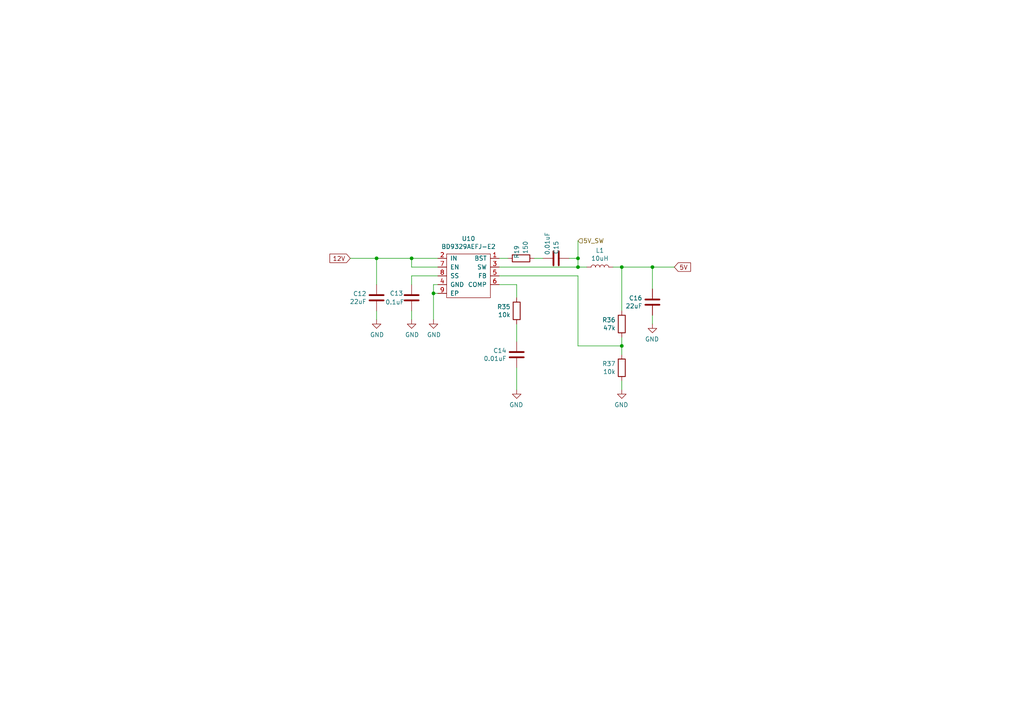
<source format=kicad_sch>
(kicad_sch (version 20211123) (generator eeschema)
  (paper "A4")
  (lib_symbols
    (symbol "Device:C" (pin_numbers hide) (pin_names (offset 0.254))
      (property "Reference" "C" (at 0.635 2.54 0))
      (property "Value" "C" (at 0.635 -2.54 0))
      (symbol "C_0_1"
        (polyline (pts (xy -2.032 -0.762) (xy 2.032 -0.762)) (stroke (width 0.508)))
        (polyline (pts (xy -2.032 0.762) (xy 2.032 0.762)) (stroke (width 0.508)))
      )
      (symbol "C_1_1"
        (pin passive line (at 0 3.81 270) (length 2.794) (name "~") (number "1"))
        (pin passive line (at 0 -3.81 90) (length 2.794) (name "~") (number "2"))
      )
    )
    (symbol "Device:L" (pin_numbers hide) (pin_names (offset 1.016) hide)
      (property "Reference" "L" (at -1.27 0 90))
      (property "Value" "L" (at 1.905 0 90))
      (symbol "L_0_1"
        (arc (start 0 -2.54) (mid 0.635 -1.905) (end 0 -1.27))
        (arc (start 0 -1.27) (mid 0.635 -0.635) (end 0 0))
        (arc (start 0 0) (mid 0.635 0.635) (end 0 1.27))
        (arc (start 0 1.27) (mid 0.635 1.905) (end 0 2.54))
      )
      (symbol "L_1_1"
        (pin passive line (at 0 3.81 270) (length 1.27) (name "1") (number "1"))
        (pin passive line (at 0 -3.81 90) (length 1.27) (name "2") (number "2"))
      )
    )
    (symbol "Device:R" (pin_numbers hide) (pin_names (offset 0))
      (property "Reference" "R" (at 2.032 0 90))
      (property "Value" "R" (at 0 0 90))
      (symbol "R_0_1"
        (rectangle (start -1.016 -2.54) (end 1.016 2.54) (stroke (width 0.254)))
      )
      (symbol "R_1_1"
        (pin passive line (at 0 3.81 270) (length 1.27) (name "~") (number "1"))
        (pin passive line (at 0 -3.81 90) (length 1.27) (name "~") (number "2"))
      )
    )
    (symbol "Ninja-qPCR:AP6503" (pin_names (offset 1.016))
      (property "Reference" "U" (at 0 6.35 0))
      (property "Value" "Ninja-qPCR_AP6503" (at 0 -8.89 0))
      (symbol "AP6503_0_1"
        (rectangle (start -6.35 5.08) (end 6.35 -7.62))
      )
      (symbol "AP6503_1_1"
        (pin input line (at 8.89 3.81 180) (length 2.54) (name "BST") (number "1"))
        (pin input line (at -8.89 3.81 0) (length 2.54) (name "IN") (number "2"))
        (pin input line (at 8.89 1.27 180) (length 2.54) (name "SW") (number "3"))
        (pin input line (at -8.89 -3.81 0) (length 2.54) (name "GND") (number "4"))
        (pin input line (at 8.89 -1.27 180) (length 2.54) (name "FB") (number "5"))
        (pin input line (at 8.89 -3.81 180) (length 2.54) (name "COMP") (number "6"))
        (pin input line (at -8.89 1.27 0) (length 2.54) (name "EN") (number "7"))
        (pin input line (at -8.89 -1.27 0) (length 2.54) (name "SS") (number "8"))
        (pin input line (at -8.89 -6.35 0) (length 2.54) (name "EP") (number "9"))
      )
    )
    (symbol "power:GND" (power) (pin_names (offset 0))
      (property "Value" "GND" (at 0 -3.81 0))
      (symbol "GND_0_1"
        (polyline (pts (xy 0 0) (xy 0 -1.27) (xy 1.27 -1.27) (xy 0 -2.54) (xy -1.27 -1.27) (xy 0 -1.27)))
      )
      (symbol "GND_1_1"
        (pin power_in line (at 0 0 270) (length 0) hide (name "GND") (number "1"))
      )
    )
  )
  (junction (at 125.73 85.09))
  (junction (at 119.38 74.93))
  (junction (at 167.64 77.47))
  (junction (at 180.34 77.47))
  (junction (at 189.23 77.47))
  (junction (at 109.22 74.93))
  (junction (at 180.34 100.33))
  (junction (at 167.64 74.93))
  (wire (pts (xy 180.34 77.47) (xy 177.8 77.47)))
  (wire (pts (xy 167.64 100.33) (xy 167.64 80.01)))
  (wire (pts (xy 180.34 113.03) (xy 180.34 110.49)))
  (wire (pts (xy 167.64 74.93) (xy 167.64 77.47)))
  (wire (pts (xy 149.86 106.68) (xy 149.86 113.03)))
  (wire (pts (xy 119.38 80.01) (xy 119.38 82.55)))
  (wire (pts (xy 149.86 82.55) (xy 149.86 86.36)))
  (wire (pts (xy 180.34 102.87) (xy 180.34 100.33)))
  (wire (pts (xy 147.32 74.93) (xy 144.78 74.93)))
  (wire (pts (xy 189.23 77.47) (xy 189.23 83.82)))
  (wire (pts (xy 189.23 77.47) (xy 195.58 77.47)))
  (wire (pts (xy 154.94 74.93) (xy 157.48 74.93)))
  (wire (pts (xy 189.23 93.98) (xy 189.23 91.44)))
  (wire (pts (xy 109.22 74.93) (xy 101.6 74.93)))
  (wire (pts (xy 125.73 82.55) (xy 125.73 85.09)))
  (wire (pts (xy 109.22 74.93) (xy 119.38 74.93)))
  (wire (pts (xy 109.22 74.93) (xy 109.22 82.55)))
  (wire (pts (xy 144.78 80.01) (xy 167.64 80.01)))
  (wire (pts (xy 144.78 77.47) (xy 167.64 77.47)))
  (wire (pts (xy 127 82.55) (xy 125.73 82.55)))
  (wire (pts (xy 109.22 92.71) (xy 109.22 90.17)))
  (wire (pts (xy 167.64 77.47) (xy 170.18 77.47)))
  (wire (pts (xy 180.34 77.47) (xy 189.23 77.47)))
  (wire (pts (xy 125.73 85.09) (xy 125.73 92.71)))
  (wire (pts (xy 167.64 69.85) (xy 167.64 74.93)))
  (wire (pts (xy 119.38 74.93) (xy 127 74.93)))
  (wire (pts (xy 144.78 82.55) (xy 149.86 82.55)))
  (wire (pts (xy 119.38 74.93) (xy 119.38 77.47)))
  (wire (pts (xy 127 85.09) (xy 125.73 85.09)))
  (wire (pts (xy 119.38 92.71) (xy 119.38 90.17)))
  (wire (pts (xy 119.38 80.01) (xy 127 80.01)))
  (wire (pts (xy 127 77.47) (xy 119.38 77.47)))
  (wire (pts (xy 149.86 93.98) (xy 149.86 99.06)))
  (wire (pts (xy 165.1 74.93) (xy 167.64 74.93)))
  (wire (pts (xy 180.34 77.47) (xy 180.34 90.17)))
  (wire (pts (xy 180.34 100.33) (xy 180.34 97.79)))
  (wire (pts (xy 167.64 100.33) (xy 180.34 100.33)))
  (global_label "5V" (shape input) (at 195.58 77.47 0) (property "Intersheet References" "${INTERSHEET_REFS}" (effects hide)))
  (global_label "12V" (shape input) (at 101.6 74.93 180) (property "Intersheet References" "${INTERSHEET_REFS}" (effects hide)))
  (hierarchical_label "5V_SW" (shape input) (at 167.64 69.85 0))
  (symbol (lib_id "Device:L") (at 173.99 77.47 270) (mirror x) (unit 1)
    (property "Reference" "L1" (at 173.99 72.644 90))
    (property "Value" "10uH" (at 173.99 74.9554 90))
    (property "Footprint" "Ninja-qPCR:VLS6045EX-3R3N" (effects hide))
  )
  (symbol (lib_id "power:GND") (at 149.86 113.03 0) (mirror y) (unit 1)
    (property "Reference" "#PWR0108" (effects hide))
    (property "Value" "GND" (at 149.733 117.4242 0))
  )
  (symbol (lib_id "Device:R") (at 149.86 90.17 0) (mirror y) (unit 1)
    (property "Reference" "R35" (at 148.082 89.0016 0) (effects (justify left)))
    (property "Value" "10k" (at 148.082 91.313 0) (effects (justify left)))
    (property "Footprint" "Resistor_SMD:R_0603_1608Metric" (effects hide))
  )
  (symbol (lib_id "power:GND") (at 109.22 92.71 0) (unit 1)
    (property "Reference" "#PWR0104" (effects hide))
    (property "Value" "GND" (at 109.347 97.1042 0))
  )
  (symbol (lib_id "Device:C") (at 109.22 86.36 0) (mirror x) (unit 1)
    (property "Reference" "C12" (at 106.299 85.1916 0) (effects (justify right)))
    (property "Value" "22uF" (at 106.299 87.503 0) (effects (justify right)))
    (property "Footprint" "Capacitor_SMD:C_1210_3225Metric" (effects hide))
  )
  (symbol (lib_id "power:GND") (at 180.34 113.03 0) (mirror y) (unit 1)
    (property "Reference" "#PWR0107" (effects hide))
    (property "Value" "GND" (at 180.213 117.4242 0))
  )
  (symbol (lib_id "power:GND") (at 119.38 92.71 0) (unit 1)
    (property "Reference" "#PWR0105" (effects hide))
    (property "Value" "GND" (at 119.507 97.1042 0))
  )
  (symbol (lib_id "Device:R") (at 180.34 106.68 0) (mirror y) (unit 1)
    (property "Reference" "R37" (at 178.562 105.5116 0) (effects (justify left)))
    (property "Value" "10k" (at 178.562 107.823 0) (effects (justify left)))
    (property "Footprint" "Resistor_SMD:R_0603_1608Metric" (effects hide))
  )
  (symbol (lib_id "Device:C") (at 189.23 87.63 0) (mirror x) (unit 1)
    (property "Reference" "C16" (at 186.309 86.4616 0) (effects (justify right)))
    (property "Value" "22uF" (at 186.309 88.773 0) (effects (justify right)))
    (property "Footprint" "Capacitor_SMD:C_1210_3225Metric" (effects hide))
  )
  (symbol (lib_id "Device:R") (at 151.13 74.93 90) (mirror x) (unit 1)
    (property "Reference" "R19" (at 149.86 71.12 0) (effects (justify left)))
    (property "Value" "150" (at 152.4 69.85 0) (effects (justify left)))
    (property "Footprint" "Resistor_SMD:R_0603_1608Metric" (effects hide))
  )
  (symbol (lib_id "Device:C") (at 119.38 86.36 180) (unit 1)
    (property "Reference" "C13" (at 113.03 85.09 0) (effects (justify right)))
    (property "Value" "0.1uF" (at 111.76 87.63 0) (effects (justify right)))
    (property "Footprint" "Capacitor_SMD:C_0603_1608Metric" (effects hide))
  )
  (symbol (lib_id "Device:R") (at 180.34 93.98 0) (mirror y) (unit 1)
    (property "Reference" "R36" (at 178.562 92.8116 0) (effects (justify left)))
    (property "Value" "47k" (at 178.562 95.123 0) (effects (justify left)))
    (property "Footprint" "Resistor_SMD:R_0603_1608Metric" (effects hide))
  )
  (symbol (lib_id "power:GND") (at 189.23 93.98 0) (mirror y) (unit 1)
    (property "Reference" "#PWR0114" (effects hide))
    (property "Value" "GND" (at 189.103 98.3742 0))
  )
  (symbol (lib_id "Device:C") (at 161.29 74.93 90) (unit 1)
    (property "Reference" "C15" (at 161.29 69.85 0) (effects (justify right)))
    (property "Value" "0.01uF" (at 158.75 67.31 0) (effects (justify right)))
    (property "Footprint" "Capacitor_SMD:C_0603_1608Metric" (effects hide))
  )
  (symbol (lib_id "Device:C") (at 149.86 102.87 0) (mirror x) (unit 1)
    (property "Reference" "C14" (at 146.939 101.7016 0) (effects (justify right)))
    (property "Value" "0.01uF" (at 146.939 104.013 0) (effects (justify right)))
    (property "Footprint" "Capacitor_SMD:C_0603_1608Metric" (effects hide))
  )
  (symbol (lib_id "Ninja-qPCR:AP6503") (at 135.89 78.74 0) (unit 1)
    (property "Reference" "U10" (at 135.89 69.215 0))
    (property "Value" "BD9329AEFJ-E2" (at 135.89 71.5264 0))
    (property "Footprint" "Ninja-qPCR:HSOP-8-1EP_3.9x4.9mm_P1.27mm_EP2.41x3.1mm_ThermalVias" (effects hide))
  )
  (symbol (lib_id "power:GND") (at 125.73 92.71 0) (unit 1)
    (property "Reference" "#PWR0106" (effects hide))
    (property "Value" "GND" (at 125.857 97.1042 0))
  )
)
</source>
